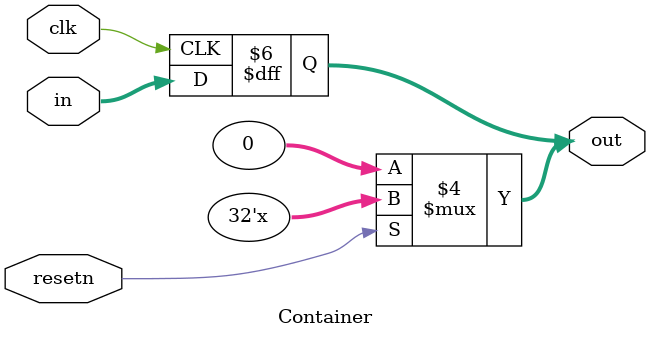
<source format=v>
`timescale 1ns / 1ps


module Container(
    input wire [31:0] in,
    input clk,
    input resetn,
    output reg [31:0] out
    );
    always @(*) begin
        if(!resetn)
            out <= 32'h00000000;
    end
    always @(posedge clk) begin
        out <= in;
    end

endmodule

</source>
